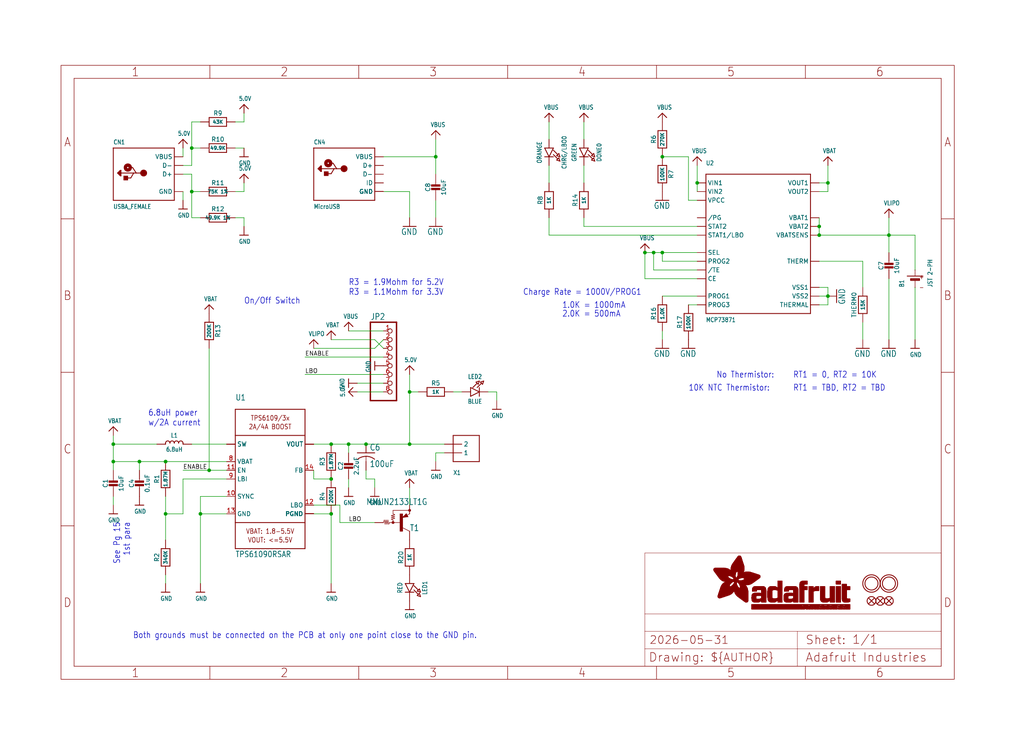
<source format=kicad_sch>
(kicad_sch (version 20230121) (generator eeschema)
  (paper "User" 298.45 217.322)
  (lib_symbols
    (symbol "working-eagle-import:-PNP_DRIVER-SC59-BEC"
      (property "Reference" "T" (at -10.16 7.62 0))
      (symbol "-PNP_DRIVER-SC59-BEC_1_0"
        (pin passive line (at -7.62 0 0) (length 2.54) (name "B") (number "B"))
        (pin passive line (at 2.54 -5.08 90) (length 2.54) (name "C") (number "C"))
        (pin passive line (at 2.54 5.08 270) (length 2.54) (name "E") (number "E"))
      )
    )
    (symbol "working-eagle-import:5.0V" (power)
      (property "Value" "5.0V" (at -1.524 1.016 0))
      (symbol "5.0V_1_0"
        (pin power_in line (at 0 -2.54 90) (length 2.54) (name "5.0V") (number "1"))
      )
    )
    (symbol "working-eagle-import:BATTERY"
      (property "Reference" "B" (at -2.54 3.175 0))
      (symbol "BATTERY_1_0"
        (text "+" (at 1.27 -1.143 900) (effects (font (size 1.27 1.0795)) (justify right top)))
        (text "-" (at -1.778 -1.143 900) (effects (font (size 1.27 1.0795)) (justify right top)))
        (pin passive line (at -2.54 0 0) (length 0) (name "-") (number "1"))
        (pin passive line (at 2.54 0 180) (length 0) (name "+") (number "2"))
      )
    )
    (symbol "working-eagle-import:C-USC1210"
      (property "Reference" "C" (at 1.016 0.635 0))
      (symbol "C-USC1210_1_0"
        (pin passive line (at 0 2.54 270) (length 2.54) (name "1") (number "1"))
        (pin passive line (at 0 -5.08 90) (length 2.54) (name "2") (number "2"))
      )
    )
    (symbol "working-eagle-import:CAP_CERAMIC0805-NOOUTLINE"
      (property "Reference" "C" (at -2.29 1.25 90))
      (symbol "CAP_CERAMIC0805-NOOUTLINE_1_0"
        (pin passive line (at 0 5.08 270) (length 2.54) (name "1") (number "1"))
        (pin passive line (at 0 -2.54 90) (length 2.54) (name "2") (number "2"))
      )
    )
    (symbol "working-eagle-import:CAP_CERAMIC0805_10MGAP"
      (property "Reference" "C" (at -2.29 1.25 90))
      (symbol "CAP_CERAMIC0805_10MGAP_1_0"
        (pin passive line (at 0 5.08 270) (length 2.54) (name "1") (number "1"))
        (pin passive line (at 0 -2.54 90) (length 2.54) (name "2") (number "2"))
      )
    )
    (symbol "working-eagle-import:FIDUCIAL{dblquote}{dblquote}")
    (symbol "working-eagle-import:FRAME_A4_ADAFRUIT"
      (symbol "FRAME_A4_ADAFRUIT_1_0"
        (text "${#}/${##}" (at 230.505 10.16 0) (effects (font (size 2.54 2.54)) (justify left bottom)))
        (text "${AUTHOR}" (at 189.23 5.08 0) (effects (font (size 2.286 2.286)) (justify left bottom)))
        (text "${CURRENT_DATE}" (at 171.45 10.16 0) (effects (font (size 2.286 2.286)) (justify left bottom)))
        (text "${PROJECTNAME}" (at 171.45 15.24 0) (effects (font (size 2.54 2.54)) (justify left bottom)))
        (text "1" (at 21.6958 1.905 0) (effects (font (size 2.54 2.286))))
        (text "1" (at 21.6958 177.165 0) (effects (font (size 2.54 2.286))))
        (text "2" (at 65.0875 1.905 0) (effects (font (size 2.54 2.286))))
        (text "2" (at 65.0875 177.165 0) (effects (font (size 2.54 2.286))))
        (text "3" (at 108.4792 1.905 0) (effects (font (size 2.54 2.286))))
        (text "3" (at 108.4792 177.165 0) (effects (font (size 2.54 2.286))))
        (text "4" (at 151.8708 1.905 0) (effects (font (size 2.54 2.286))))
        (text "4" (at 151.8708 177.165 0) (effects (font (size 2.54 2.286))))
        (text "5" (at 195.2625 1.905 0) (effects (font (size 2.54 2.286))))
        (text "5" (at 195.2625 177.165 0) (effects (font (size 2.54 2.286))))
        (text "6" (at 238.6542 1.905 0) (effects (font (size 2.54 2.286))))
        (text "6" (at 238.6542 177.165 0) (effects (font (size 2.54 2.286))))
        (text "A" (at 1.905 156.6863 0) (effects (font (size 2.54 2.286))))
        (text "A" (at 258.445 156.6863 0) (effects (font (size 2.54 2.286))))
        (text "Adafruit Industries" (at 216.916 4.953 0) (effects (font (size 2.54 2.54)) (justify left bottom)))
        (text "B" (at 1.905 111.9188 0) (effects (font (size 2.54 2.286))))
        (text "B" (at 258.445 111.9188 0) (effects (font (size 2.54 2.286))))
        (text "C" (at 1.905 67.1513 0) (effects (font (size 2.54 2.286))))
        (text "C" (at 258.445 67.1513 0) (effects (font (size 2.54 2.286))))
        (text "D" (at 1.905 22.3838 0) (effects (font (size 2.54 2.286))))
        (text "D" (at 258.445 22.3838 0) (effects (font (size 2.54 2.286))))
        (text "Drawing:" (at 171.196 4.953 0) (effects (font (size 2.54 2.54)) (justify left bottom)))
        (text "Sheet:" (at 216.916 10.033 0) (effects (font (size 2.54 2.54)) (justify left bottom)))
      )
    )
    (symbol "working-eagle-import:GND" (power)
      (property "Value" "GND" (at -1.524 -2.54 0))
      (symbol "GND_1_0"
        (pin power_in line (at 0 2.54 270) (length 2.54) (name "GND") (number "1"))
      )
    )
    (symbol "working-eagle-import:HEADER-1X8ROUND"
      (property "Reference" "JP" (at -6.35 13.335 0))
      (symbol "HEADER-1X8ROUND_1_0"
        (pin passive inverted (at -2.54 10.16 0) (length 2.54) (name "1") (number "1"))
        (pin passive inverted (at -2.54 7.62 0) (length 2.54) (name "2") (number "2"))
        (pin passive inverted (at -2.54 5.08 0) (length 2.54) (name "3") (number "3"))
        (pin passive inverted (at -2.54 2.54 0) (length 2.54) (name "4") (number "4"))
        (pin passive inverted (at -2.54 0 0) (length 2.54) (name "5") (number "5"))
        (pin passive inverted (at -2.54 -2.54 0) (length 2.54) (name "6") (number "6"))
        (pin passive inverted (at -2.54 -5.08 0) (length 2.54) (name "7") (number "7"))
        (pin passive inverted (at -2.54 -7.62 0) (length 2.54) (name "8") (number "8"))
      )
    )
    (symbol "working-eagle-import:INDUCTORTDK_VLC5045"
      (property "Reference" "L" (at 0 2.54 0))
      (symbol "INDUCTORTDK_VLC5045_1_0"
        (pin passive line (at -5.08 0 0) (length 2.54) (name "1") (number "P$1"))
        (pin passive line (at 5.08 0 180) (length 2.54) (name "2") (number "P$2"))
      )
    )
    (symbol "working-eagle-import:LED0805_NOOUTLINE"
      (property "Reference" "D" (at -1.27 4.445 0))
      (symbol "LED0805_NOOUTLINE_1_0"
        (pin passive line (at -5.08 0 0) (length 2.54) (name "A") (number "A"))
        (pin passive line (at 2.54 0 180) (length 2.54) (name "C") (number "C"))
      )
    )
    (symbol "working-eagle-import:MCP73871"
      (property "Reference" "U" (at -15.24 22.86 0))
      (symbol "MCP73871_1_0"
        (pin bidirectional line (at 17.78 17.78 180) (length 2.54) (name "VOUT1") (number "P$1"))
        (pin bidirectional line (at 17.78 -12.7 180) (length 2.54) (name "VSS1") (number "P$10"))
        (pin bidirectional line (at 17.78 -15.24 180) (length 2.54) (name "VSS2") (number "P$11"))
        (pin bidirectional line (at -17.78 -17.78 0) (length 2.54) (name "PROG3") (number "P$12"))
        (pin bidirectional line (at -17.78 -15.24 0) (length 2.54) (name "PROG1") (number "P$13"))
        (pin bidirectional line (at 17.78 7.62 180) (length 2.54) (name "VBAT1") (number "P$14"))
        (pin bidirectional line (at 17.78 5.08 180) (length 2.54) (name "VBAT2") (number "P$15"))
        (pin bidirectional line (at 17.78 2.54 180) (length 2.54) (name "VBATSENS") (number "P$16"))
        (pin bidirectional line (at -17.78 -10.16 0) (length 2.54) (name "CE") (number "P$17"))
        (pin bidirectional line (at -17.78 17.78 0) (length 2.54) (name "VIN1") (number "P$18"))
        (pin bidirectional line (at -17.78 15.24 0) (length 2.54) (name "VIN2") (number "P$19"))
        (pin bidirectional line (at -17.78 12.7 0) (length 2.54) (name "VPCC") (number "P$2"))
        (pin bidirectional line (at 17.78 15.24 180) (length 2.54) (name "VOUT2") (number "P$20"))
        (pin bidirectional line (at 17.78 -17.78 180) (length 2.54) (name "THERMAL") (number "P$21"))
        (pin bidirectional line (at -17.78 -2.54 0) (length 2.54) (name "SEL") (number "P$3"))
        (pin bidirectional line (at -17.78 -5.08 0) (length 2.54) (name "PROG2") (number "P$4"))
        (pin bidirectional line (at 17.78 -5.08 180) (length 2.54) (name "THERM") (number "P$5"))
        (pin bidirectional line (at -17.78 7.62 0) (length 2.54) (name "/PG") (number "P$6"))
        (pin bidirectional line (at -17.78 5.08 0) (length 2.54) (name "STAT2") (number "P$7"))
        (pin bidirectional line (at -17.78 2.54 0) (length 2.54) (name "STAT1/LBO") (number "P$8"))
        (pin bidirectional line (at -17.78 -7.62 0) (length 2.54) (name "/TE") (number "P$9"))
      )
    )
    (symbol "working-eagle-import:MOUNTINGHOLE2.5")
    (symbol "working-eagle-import:RESISTOR0805_NOOUTLINE"
      (property "Reference" "R" (at 0 2.54 0))
      (symbol "RESISTOR0805_NOOUTLINE_1_0"
        (pin passive line (at -5.08 0 0) (length 2.54) (name "1") (number "1"))
        (pin passive line (at 5.08 0 180) (length 2.54) (name "2") (number "2"))
      )
    )
    (symbol "working-eagle-import:RESISTOR_0805MP"
      (property "Reference" "R" (at 0 2.54 0))
      (symbol "RESISTOR_0805MP_1_0"
        (pin passive line (at -5.08 0 0) (length 2.54) (name "1") (number "1"))
        (pin passive line (at 5.08 0 180) (length 2.54) (name "2") (number "2"))
      )
    )
    (symbol "working-eagle-import:TERMBLOCK_1X2"
      (property "Reference" "X" (at -2.54 7.62 0))
      (symbol "TERMBLOCK_1X2_1_0"
        (pin passive line (at -5.08 2.54 0) (length 5.08) (name "1") (number "1"))
        (pin passive line (at -5.08 0 0) (length 5.08) (name "2") (number "2"))
      )
    )
    (symbol "working-eagle-import:USBMICRO_20329"
      (property "Reference" "X" (at -10.16 8.636 0))
      (symbol "USBMICRO_20329_1_0"
        (pin power_in line (at 10.16 -5.08 180) (length 2.54) (name "GND") (number "BASE@1"))
        (pin power_in line (at 10.16 -5.08 180) (length 2.54) (name "GND") (number "BASE@2"))
        (pin bidirectional line (at 10.16 2.54 180) (length 2.54) (name "D+") (number "D+"))
        (pin bidirectional line (at 10.16 0 180) (length 2.54) (name "D-") (number "D-"))
        (pin power_in line (at 10.16 -5.08 180) (length 2.54) (name "GND") (number "GND"))
        (pin bidirectional line (at 10.16 -2.54 180) (length 2.54) (name "ID") (number "ID"))
        (pin power_in line (at 10.16 -5.08 180) (length 2.54) (name "GND") (number "SPRT@1"))
        (pin power_in line (at 10.16 -5.08 180) (length 2.54) (name "GND") (number "SPRT@2"))
        (pin power_in line (at 10.16 -5.08 180) (length 2.54) (name "GND") (number "SPRT@3"))
        (pin power_in line (at 10.16 -5.08 180) (length 2.54) (name "GND") (number "SPRT@4"))
        (pin power_in line (at 10.16 5.08 180) (length 2.54) (name "VBUS") (number "VBUS"))
      )
    )
    (symbol "working-eagle-import:USB_TYPEAPTHFML"
      (property "Reference" "X" (at -10.16 8.636 0))
      (symbol "USB_TYPEAPTHFML_1_0"
        (pin bidirectional line (at 10.16 0 180) (length 2.54) (name "D+") (number "D+"))
        (pin bidirectional line (at 10.16 2.54 180) (length 2.54) (name "D-") (number "D-"))
        (pin power_in line (at 10.16 -5.08 180) (length 2.54) (name "GND") (number "GND"))
        (pin power_in line (at 10.16 5.08 180) (length 2.54) (name "VBUS") (number "VBUS"))
      )
    )
    (symbol "working-eagle-import:VBAT" (power)
      (property "Value" "VBAT" (at -1.524 1.016 0))
      (symbol "VBAT_1_0"
        (pin power_in line (at 0 -2.54 90) (length 2.54) (name "VBAT") (number "1"))
      )
    )
    (symbol "working-eagle-import:VBUS" (power)
      (property "Value" "VBUS" (at -1.524 1.016 0))
      (symbol "VBUS_1_0"
        (pin power_in line (at 0 -2.54 90) (length 2.54) (name "VBUS") (number "1"))
      )
    )
    (symbol "working-eagle-import:VLIPO" (power)
      (property "Value" "VLIPO" (at -1.524 1.016 0))
      (symbol "VLIPO_1_0"
        (pin power_in line (at 0 -2.54 90) (length 2.54) (name "VLIPO") (number "1"))
      )
    )
    (symbol "working-eagle-import:VREG_TPS6103X"
      (property "Reference" "U" (at -10.16 22.86 0))
      (symbol "VREG_TPS6103X_1_0"
        (text "2A/4A BOOST" (at 0 15.24 0) (effects (font (size 1.4224 1.209))))
        (text "TPS6109/3x" (at 0 17.78 0) (effects (font (size 1.4224 1.209))))
        (text "VBAT: 1.8-5.5V" (at 0 -15.24 0) (effects (font (size 1.4224 1.209))))
        (text "VOUT: <=5.5V" (at 0 -17.78 0) (effects (font (size 1.4224 1.209))))
        (pin power_in line (at 12.7 10.16 180) (length 2.54) (name "VOUT") (number "1"))
        (pin input line (at -12.7 -5.08 0) (length 2.54) (name "SYNC") (number "10"))
        (pin input line (at -12.7 2.54 0) (length 2.54) (name "EN") (number "11"))
        (pin output line (at 12.7 -7.62 180) (length 2.54) (name "LBO") (number "12"))
        (pin power_in line (at -12.7 -10.16 0) (length 2.54) (name "GND") (number "13"))
        (pin input line (at 12.7 2.54 180) (length 2.54) (name "FB") (number "14"))
        (pin power_in line (at 12.7 10.16 180) (length 2.54) (name "VOUT") (number "15"))
        (pin power_in line (at 12.7 10.16 180) (length 2.54) (name "VOUT") (number "16"))
        (pin input line (at -12.7 10.16 0) (length 2.54) (name "SW") (number "3"))
        (pin input line (at -12.7 10.16 0) (length 2.54) (name "SW") (number "4"))
        (pin power_in line (at 12.7 -10.16 180) (length 2.54) (name "PGND") (number "5"))
        (pin power_in line (at 12.7 -10.16 180) (length 2.54) (name "PGND") (number "6"))
        (pin power_in line (at 12.7 -10.16 180) (length 2.54) (name "PGND") (number "7"))
        (pin input line (at -12.7 5.08 0) (length 2.54) (name "VBAT") (number "8"))
        (pin input line (at -12.7 0 0) (length 2.54) (name "LBI") (number "9"))
        (pin power_in line (at 12.7 -10.16 180) (length 2.54) (name "PGND") (number "P$18"))
        (pin power_in line (at 12.7 -10.16 180) (length 2.54) (name "PGND") (number "P$19"))
        (pin power_in line (at 12.7 -10.16 180) (length 2.54) (name "PGND") (number "P$20"))
        (pin power_in line (at 12.7 -10.16 180) (length 2.54) (name "PGND") (number "P$21"))
        (pin power_in line (at 12.7 -10.16 180) (length 2.54) (name "PGND") (number "P$22"))
        (pin power_in line (at 12.7 -10.16 180) (length 2.54) (name "PGND") (number "THERMAL"))
      )
    )
    (symbol "working-eagle-import:supply1_GND" (power)
      (property "Value" "supply1_GND" (at -2.54 -2.54 0))
      (symbol "supply1_GND_1_0"
        (pin power_in line (at 0 2.54 270) (length 2.54) (name "GND") (number "1"))
      )
    )
  )
  (junction (at 193.04 73.66))
  (junction (at 96.52 139.7))
  (junction (at 40.64 134.62))
  (junction (at 203.2 53.34))
  (junction (at 48.26 134.62))
  (junction (at 58.42 149.86))
  (junction (at 96.52 149.86))
  (junction (at 193.04 45.72))
  (junction (at 238.76 68.58))
  (junction (at 119.38 114.3))
  (junction (at 190.5 73.66))
  (junction (at 106.68 129.54))
  (junction (at 119.38 129.54))
  (junction (at 187.96 73.66))
  (junction (at 96.52 129.54))
  (junction (at 60.96 137.16))
  (junction (at 127 45.72))
  (junction (at 241.3 86.36))
  (junction (at 33.02 129.54))
  (junction (at 55.88 55.88))
  (junction (at 238.76 66.04))
  (junction (at 101.6 129.54))
  (junction (at 55.88 43.18))
  (junction (at 259.08 68.58))
  (junction (at 48.26 149.86))
  (junction (at 33.02 134.62))
  (junction (at 241.3 53.34))
  (wire (pts (xy 48.26 149.86) (xy 48.26 157.48)) (stroke (width 0.1524)))
  (wire (pts (xy 241.3 48.26) (xy 241.3 53.34)) (stroke (width 0.1524)))
  (wire (pts (xy 127 45.72) (xy 127 40.64)) (stroke (width 0.1524)))
  (wire (pts (xy 251.46 93.98) (xy 251.46 99.06)) (stroke (width 0.1524)))
  (wire (pts (xy 109.22 99.06) (xy 111.76 101.6)) (stroke (width 0.1524)))
  (wire (pts (xy 203.2 68.58) (xy 160.02 68.58)) (stroke (width 0.1524)))
  (wire (pts (xy 190.5 73.66) (xy 193.04 73.66)) (stroke (width 0.1524)))
  (wire (pts (xy 251.46 76.2) (xy 251.46 83.82)) (stroke (width 0.1524)))
  (wire (pts (xy 241.3 88.9) (xy 241.3 86.36)) (stroke (width 0.1524)))
  (wire (pts (xy 40.64 134.62) (xy 33.02 134.62)) (stroke (width 0.1524)))
  (wire (pts (xy 203.2 53.34) (xy 203.2 55.88)) (stroke (width 0.1524)))
  (wire (pts (xy 66.04 137.16) (xy 60.96 137.16)) (stroke (width 0.1524)))
  (wire (pts (xy 91.44 149.86) (xy 96.52 149.86)) (stroke (width 0.1524)))
  (wire (pts (xy 238.76 88.9) (xy 241.3 88.9)) (stroke (width 0.1524)))
  (wire (pts (xy 55.88 55.88) (xy 55.88 63.5)) (stroke (width 0.1524)))
  (wire (pts (xy 91.44 129.54) (xy 96.52 129.54)) (stroke (width 0.1524)))
  (wire (pts (xy 40.64 137.16) (xy 40.64 134.62)) (stroke (width 0.1524)))
  (wire (pts (xy 99.06 152.4) (xy 109.22 152.4)) (stroke (width 0.1524)))
  (wire (pts (xy 45.72 129.54) (xy 33.02 129.54)) (stroke (width 0.1524)))
  (wire (pts (xy 53.34 149.86) (xy 53.34 139.7)) (stroke (width 0.1524)))
  (wire (pts (xy 71.12 63.5) (xy 71.12 66.04)) (stroke (width 0.1524)))
  (wire (pts (xy 96.52 129.54) (xy 101.6 129.54)) (stroke (width 0.1524)))
  (wire (pts (xy 203.2 58.42) (xy 200.66 58.42)) (stroke (width 0.1524)))
  (wire (pts (xy 60.96 137.16) (xy 53.34 137.16)) (stroke (width 0.1524)))
  (wire (pts (xy 132.08 114.3) (xy 134.62 114.3)) (stroke (width 0.1524)))
  (wire (pts (xy 119.38 114.3) (xy 121.92 114.3)) (stroke (width 0.1524)))
  (wire (pts (xy 55.88 50.8) (xy 55.88 55.88)) (stroke (width 0.1524)))
  (wire (pts (xy 101.6 139.7) (xy 101.6 142.24)) (stroke (width 0.1524)))
  (wire (pts (xy 241.3 53.34) (xy 241.3 55.88)) (stroke (width 0.1524)))
  (wire (pts (xy 259.08 99.06) (xy 259.08 81.28)) (stroke (width 0.1524)))
  (wire (pts (xy 68.58 43.18) (xy 71.12 43.18)) (stroke (width 0.1524)))
  (wire (pts (xy 266.7 68.58) (xy 266.7 78.74)) (stroke (width 0.1524)))
  (wire (pts (xy 200.66 45.72) (xy 200.66 58.42)) (stroke (width 0.1524)))
  (wire (pts (xy 127 132.08) (xy 127 134.62)) (stroke (width 0.1524)))
  (wire (pts (xy 127 58.42) (xy 127 63.5)) (stroke (width 0.1524)))
  (wire (pts (xy 68.58 63.5) (xy 71.12 63.5)) (stroke (width 0.1524)))
  (wire (pts (xy 111.76 111.76) (xy 104.14 111.76)) (stroke (width 0.1524)))
  (wire (pts (xy 96.52 149.86) (xy 96.52 170.18)) (stroke (width 0.1524)))
  (wire (pts (xy 238.76 83.82) (xy 241.3 83.82)) (stroke (width 0.1524)))
  (wire (pts (xy 101.6 129.54) (xy 106.68 129.54)) (stroke (width 0.1524)))
  (wire (pts (xy 66.04 139.7) (xy 53.34 139.7)) (stroke (width 0.1524)))
  (wire (pts (xy 66.04 144.78) (xy 58.42 144.78)) (stroke (width 0.1524)))
  (wire (pts (xy 58.42 144.78) (xy 58.42 149.86)) (stroke (width 0.1524)))
  (wire (pts (xy 129.54 129.54) (xy 119.38 129.54)) (stroke (width 0.1524)))
  (wire (pts (xy 109.22 101.6) (xy 111.76 99.06)) (stroke (width 0.1524)))
  (wire (pts (xy 127 45.72) (xy 127 50.8)) (stroke (width 0.1524)))
  (wire (pts (xy 101.6 132.08) (xy 101.6 129.54)) (stroke (width 0.1524)))
  (wire (pts (xy 203.2 66.04) (xy 170.18 66.04)) (stroke (width 0.1524)))
  (wire (pts (xy 111.76 55.88) (xy 119.38 55.88)) (stroke (width 0.1524)))
  (wire (pts (xy 71.12 35.56) (xy 71.12 33.02)) (stroke (width 0.1524)))
  (wire (pts (xy 109.22 139.7) (xy 109.22 142.24)) (stroke (width 0.1524)))
  (wire (pts (xy 238.76 68.58) (xy 259.08 68.58)) (stroke (width 0.1524)))
  (wire (pts (xy 144.78 114.3) (xy 144.78 116.84)) (stroke (width 0.1524)))
  (wire (pts (xy 241.3 53.34) (xy 238.76 53.34)) (stroke (width 0.1524)))
  (wire (pts (xy 66.04 134.62) (xy 48.26 134.62)) (stroke (width 0.1524)))
  (wire (pts (xy 48.26 170.18) (xy 48.26 167.64)) (stroke (width 0.1524)))
  (wire (pts (xy 241.3 83.82) (xy 241.3 86.36)) (stroke (width 0.1524)))
  (wire (pts (xy 203.2 88.9) (xy 200.66 88.9)) (stroke (width 0.1524)))
  (wire (pts (xy 266.7 83.82) (xy 266.7 99.06)) (stroke (width 0.1524)))
  (wire (pts (xy 187.96 73.66) (xy 187.96 81.28)) (stroke (width 0.1524)))
  (wire (pts (xy 53.34 50.8) (xy 55.88 50.8)) (stroke (width 0.1524)))
  (wire (pts (xy 119.38 55.88) (xy 119.38 63.5)) (stroke (width 0.1524)))
  (wire (pts (xy 193.04 76.2) (xy 193.04 73.66)) (stroke (width 0.1524)))
  (wire (pts (xy 193.04 76.2) (xy 203.2 76.2)) (stroke (width 0.1524)))
  (wire (pts (xy 33.02 134.62) (xy 33.02 137.16)) (stroke (width 0.1524)))
  (wire (pts (xy 119.38 114.3) (xy 119.38 109.22)) (stroke (width 0.1524)))
  (wire (pts (xy 238.76 55.88) (xy 241.3 55.88)) (stroke (width 0.1524)))
  (wire (pts (xy 142.24 114.3) (xy 144.78 114.3)) (stroke (width 0.1524)))
  (wire (pts (xy 187.96 81.28) (xy 203.2 81.28)) (stroke (width 0.1524)))
  (wire (pts (xy 55.88 48.26) (xy 55.88 43.18)) (stroke (width 0.1524)))
  (wire (pts (xy 190.5 78.74) (xy 190.5 73.66)) (stroke (width 0.1524)))
  (wire (pts (xy 68.58 55.88) (xy 71.12 55.88)) (stroke (width 0.1524)))
  (wire (pts (xy 66.04 129.54) (xy 55.88 129.54)) (stroke (width 0.1524)))
  (wire (pts (xy 238.76 76.2) (xy 251.46 76.2)) (stroke (width 0.1524)))
  (wire (pts (xy 55.88 35.56) (xy 58.42 35.56)) (stroke (width 0.1524)))
  (wire (pts (xy 101.6 96.52) (xy 111.76 96.52)) (stroke (width 0.1524)))
  (wire (pts (xy 53.34 149.86) (xy 48.26 149.86)) (stroke (width 0.1524)))
  (wire (pts (xy 160.02 63.5) (xy 160.02 68.58)) (stroke (width 0.1524)))
  (wire (pts (xy 170.18 63.5) (xy 170.18 66.04)) (stroke (width 0.1524)))
  (wire (pts (xy 203.2 86.36) (xy 193.04 86.36)) (stroke (width 0.1524)))
  (wire (pts (xy 99.06 147.32) (xy 99.06 152.4)) (stroke (width 0.1524)))
  (wire (pts (xy 55.88 43.18) (xy 55.88 35.56)) (stroke (width 0.1524)))
  (wire (pts (xy 119.38 147.32) (xy 119.38 142.24)) (stroke (width 0.1524)))
  (wire (pts (xy 259.08 73.66) (xy 259.08 68.58)) (stroke (width 0.1524)))
  (wire (pts (xy 53.34 55.88) (xy 53.34 58.42)) (stroke (width 0.1524)))
  (wire (pts (xy 66.04 149.86) (xy 58.42 149.86)) (stroke (width 0.1524)))
  (wire (pts (xy 88.9 109.22) (xy 111.76 109.22)) (stroke (width 0.1524)))
  (wire (pts (xy 203.2 73.66) (xy 193.04 73.66)) (stroke (width 0.1524)))
  (wire (pts (xy 187.96 73.66) (xy 190.5 73.66)) (stroke (width 0.1524)))
  (wire (pts (xy 106.68 129.54) (xy 119.38 129.54)) (stroke (width 0.1524)))
  (wire (pts (xy 48.26 144.78) (xy 48.26 149.86)) (stroke (width 0.1524)))
  (wire (pts (xy 68.58 35.56) (xy 71.12 35.56)) (stroke (width 0.1524)))
  (wire (pts (xy 91.44 147.32) (xy 99.06 147.32)) (stroke (width 0.1524)))
  (wire (pts (xy 55.88 63.5) (xy 58.42 63.5)) (stroke (width 0.1524)))
  (wire (pts (xy 238.76 66.04) (xy 238.76 68.58)) (stroke (width 0.1524)))
  (wire (pts (xy 160.02 35.56) (xy 160.02 40.64)) (stroke (width 0.1524)))
  (wire (pts (xy 91.44 101.6) (xy 109.22 101.6)) (stroke (width 0.1524)))
  (wire (pts (xy 33.02 129.54) (xy 33.02 134.62)) (stroke (width 0.1524)))
  (wire (pts (xy 160.02 48.26) (xy 160.02 53.34)) (stroke (width 0.1524)))
  (wire (pts (xy 193.04 45.72) (xy 200.66 45.72)) (stroke (width 0.1524)))
  (wire (pts (xy 96.52 99.06) (xy 109.22 99.06)) (stroke (width 0.1524)))
  (wire (pts (xy 91.44 137.16) (xy 91.44 139.7)) (stroke (width 0.1524)))
  (wire (pts (xy 259.08 63.5) (xy 259.08 68.58)) (stroke (width 0.1524)))
  (wire (pts (xy 170.18 40.64) (xy 170.18 35.56)) (stroke (width 0.1524)))
  (wire (pts (xy 190.5 78.74) (xy 203.2 78.74)) (stroke (width 0.1524)))
  (wire (pts (xy 106.68 137.16) (xy 106.68 139.7)) (stroke (width 0.1524)))
  (wire (pts (xy 48.26 134.62) (xy 40.64 134.62)) (stroke (width 0.1524)))
  (wire (pts (xy 55.88 43.18) (xy 58.42 43.18)) (stroke (width 0.1524)))
  (wire (pts (xy 106.68 139.7) (xy 109.22 139.7)) (stroke (width 0.1524)))
  (wire (pts (xy 33.02 129.54) (xy 33.02 127)) (stroke (width 0.1524)))
  (wire (pts (xy 259.08 68.58) (xy 266.7 68.58)) (stroke (width 0.1524)))
  (wire (pts (xy 238.76 63.5) (xy 238.76 66.04)) (stroke (width 0.1524)))
  (wire (pts (xy 111.76 104.14) (xy 88.9 104.14)) (stroke (width 0.1524)))
  (wire (pts (xy 60.96 137.16) (xy 60.96 101.6)) (stroke (width 0.1524)))
  (wire (pts (xy 53.34 45.72) (xy 53.34 43.18)) (stroke (width 0.1524)))
  (wire (pts (xy 119.38 129.54) (xy 119.38 114.3)) (stroke (width 0.1524)))
  (wire (pts (xy 91.44 139.7) (xy 96.52 139.7)) (stroke (width 0.1524)))
  (wire (pts (xy 170.18 48.26) (xy 170.18 53.34)) (stroke (width 0.1524)))
  (wire (pts (xy 53.34 48.26) (xy 55.88 48.26)) (stroke (width 0.1524)))
  (wire (pts (xy 203.2 48.26) (xy 203.2 53.34)) (stroke (width 0.1524)))
  (wire (pts (xy 111.76 45.72) (xy 127 45.72)) (stroke (width 0.1524)))
  (wire (pts (xy 111.76 114.3) (xy 104.14 114.3)) (stroke (width 0.1524)))
  (wire (pts (xy 55.88 55.88) (xy 58.42 55.88)) (stroke (width 0.1524)))
  (wire (pts (xy 127 132.08) (xy 129.54 132.08)) (stroke (width 0.1524)))
  (wire (pts (xy 33.02 144.78) (xy 33.02 147.32)) (stroke (width 0.1524)))
  (wire (pts (xy 71.12 55.88) (xy 71.12 53.34)) (stroke (width 0.1524)))
  (wire (pts (xy 238.76 86.36) (xy 241.3 86.36)) (stroke (width 0.1524)))
  (wire (pts (xy 193.04 96.52) (xy 193.04 99.06)) (stroke (width 0.1524)))
  (wire (pts (xy 58.42 149.86) (xy 58.42 170.18)) (stroke (width 0.1524)))
  (text "RT1 = TBD, RT2 = TBD" (at 231.14 114.3 0) (effects (font (size 1.778 1.5113)) (justify left bottom)))
  (text "Charge Rate = 1000V/PROG1" (at 152.4 86.36 0) (effects (font (size 1.778 1.5113)) (justify left bottom)))
  (text "10K NTC Thermistor:" (at 200.66 114.3 0) (effects (font (size 1.778 1.5113)) (justify left bottom)))
  (text "1.0K = 1000mA" (at 163.83 90.17 0) (effects (font (size 1.778 1.5113)) (justify left bottom)))
  (text "No Thermistor:" (at 208.788 110.49 0) (effects (font (size 1.778 1.5113)) (justify left bottom)))
  (text "2.0K = 500mA" (at 163.83 92.71 0) (effects (font (size 1.778 1.5113)) (justify left bottom)))
  (text "Both grounds must be connected on the PCB at only one point close to the GND pin." (at 88.9 185.42 0) (effects (font (size 1.778 1.5113))))
  (text "On/Off Switch" (at 71.12 88.9 0) (effects (font (size 1.778 1.5113)) (justify left bottom)))
  (text "6.8uH power\nw/2A current" (at 43.18 124.46 0) (effects (font (size 1.778 1.5113)) (justify left bottom)))
  (text "See Pg 15\n1st para" (at 33.02 152.4 90) (effects (font (size 1.778 1.5113)) (justify right top)))
  (text "RT1 = 0, RT2 = 10K" (at 231.14 110.49 0) (effects (font (size 1.778 1.5113)) (justify left bottom)))
  (text "R3 = 1.9Mohm for 5.2V\nR3 = 1.1Mohm for 3.3V" (at 101.6 86.36 0) (effects (font (size 1.778 1.5113)) (justify left bottom)))
  (label "ENABLE" (at 88.9 104.14 0) (effects (font (size 1.2446 1.2446))))
  (label "LBO" (at 101.6 152.4 0) (effects (font (size 1.2446 1.2446))))
  (label "ENABLE" (at 53.34 137.16 0) (effects (font (size 1.2446 1.2446))))
  (label "LBO" (at 88.9 109.22 0) (effects (font (size 1.2446 1.2446))))
  (symbol (lib_id "working-eagle-import:GND") (at 119.38 177.8 0) (unit 1)
    (property "Reference" "#U$20" (effects hide))
    (property "Value" "GND" (at 117.856 180.34 0) (effects (font (size 1.27 1.0795)) (justify left bottom)))
  )
  (symbol (lib_id "working-eagle-import:FIDUCIAL{dblquote}{dblquote}") (at 254 175.26 0) (unit 1)
    (property "Reference" "FID2" (effects hide))
    (property "Value" "FIDUCIAL{dblquote}{dblquote}" (effects hide))
    (property "Footprint" "working:FIDUCIAL_1MM" (effects hide))
  )
  (symbol (lib_id "working-eagle-import:RESISTOR0805_NOOUTLINE") (at 119.38 162.56 90) (unit 1)
    (property "Reference" "R20" (at 116.84 162.56 0))
    (property "Value" "1K" (at 119.38 162.56 0) (effects (font (size 1.016 1.016) bold)))
    (property "Footprint" "working:0805-NO" (effects hide))
  )
  (symbol (lib_id "working-eagle-import:CAP_CERAMIC0805-NOOUTLINE") (at 101.6 137.16 0) (unit 1)
    (property "Reference" "C2" (at 99.31 135.91 90))
    (property "Value" "2.2uF" (at 103.9 135.91 90))
    (property "Footprint" "working:0805-NO" (effects hide))
  )
  (symbol (lib_id "working-eagle-import:INDUCTORTDK_VLC5045") (at 50.8 129.54 0) (unit 1)
    (property "Reference" "L1" (at 50.8 127 0) (effects (font (size 1.27 1.0795))))
    (property "Value" "6.8uH" (at 50.8 131.08 0) (effects (font (size 1.27 1.0795))))
    (property "Footprint" "working:INDUCTOR_5X5MM_TDK_VLC5045" (effects hide))
  )
  (symbol (lib_id "working-eagle-import:MCP73871") (at 220.98 71.12 0) (unit 1)
    (property "Reference" "U2" (at 205.74 48.26 0) (effects (font (size 1.27 1.0795)) (justify left bottom)))
    (property "Value" "MCP73871" (at 205.74 93.98 0) (effects (font (size 1.27 1.0795)) (justify left bottom)))
    (property "Footprint" "working:QFN20_4MM" (effects hide))
  )
  (symbol (lib_id "working-eagle-import:GND") (at 33.02 149.86 0) (unit 1)
    (property "Reference" "#U$4" (effects hide))
    (property "Value" "GND" (at 31.496 152.4 0) (effects (font (size 1.27 1.0795)) (justify left bottom)))
  )
  (symbol (lib_id "working-eagle-import:RESISTOR0805_NOOUTLINE") (at 160.02 58.42 90) (unit 1)
    (property "Reference" "R8" (at 157.48 58.42 0))
    (property "Value" "1K" (at 160.02 58.42 0) (effects (font (size 1.016 1.016) bold)))
    (property "Footprint" "working:0805-NO" (effects hide))
  )
  (symbol (lib_id "working-eagle-import:VBAT") (at 241.3 45.72 0) (unit 1)
    (property "Reference" "#U$34" (effects hide))
    (property "Value" "VBAT" (at 239.776 44.704 0) (effects (font (size 1.27 1.0795)) (justify left bottom)))
  )
  (symbol (lib_id "working-eagle-import:MOUNTINGHOLE2.5") (at 254 170.18 0) (unit 1)
    (property "Reference" "U$11" (effects hide))
    (property "Value" "MOUNTINGHOLE2.5" (effects hide))
    (property "Footprint" "working:MOUNTINGHOLE_2.5_PLATED" (effects hide))
  )
  (symbol (lib_id "working-eagle-import:GND") (at 53.34 60.96 0) (unit 1)
    (property "Reference" "#U$22" (effects hide))
    (property "Value" "GND" (at 51.816 63.5 0) (effects (font (size 1.27 1.0795)) (justify left bottom)))
  )
  (symbol (lib_id "working-eagle-import:VBAT") (at 60.96 88.9 0) (unit 1)
    (property "Reference" "#U$27" (effects hide))
    (property "Value" "VBAT" (at 59.436 87.884 0) (effects (font (size 1.27 1.0795)) (justify left bottom)))
  )
  (symbol (lib_id "working-eagle-import:USB_TYPEAPTHFML") (at 43.18 50.8 0) (unit 1)
    (property "Reference" "CN1" (at 33.02 42.164 0) (effects (font (size 1.27 1.0795)) (justify left bottom)))
    (property "Value" "USBA_FEMALE" (at 33.02 60.96 0) (effects (font (size 1.27 1.0795)) (justify left bottom)))
    (property "Footprint" "working:USB_HOST-PTH" (effects hide))
  )
  (symbol (lib_id "working-eagle-import:CAP_CERAMIC0805-NOOUTLINE") (at 127 55.88 0) (unit 1)
    (property "Reference" "C8" (at 124.71 54.63 90))
    (property "Value" "10uF" (at 129.3 54.63 90))
    (property "Footprint" "working:0805-NO" (effects hide))
  )
  (symbol (lib_id "working-eagle-import:supply1_GND") (at 193.04 58.42 0) (unit 1)
    (property "Reference" "#GND2" (effects hide))
    (property "Value" "GND" (at 190.5 60.96 0) (effects (font (size 1.778 1.5113)) (justify left bottom)))
  )
  (symbol (lib_id "working-eagle-import:5.0V") (at 71.12 50.8 0) (unit 1)
    (property "Reference" "#U$16" (effects hide))
    (property "Value" "5.0V" (at 69.596 49.784 0) (effects (font (size 1.27 1.0795)) (justify left bottom)))
  )
  (symbol (lib_id "working-eagle-import:RESISTOR0805_NOOUTLINE") (at 127 114.3 0) (unit 1)
    (property "Reference" "R5" (at 127 111.76 0))
    (property "Value" "1K" (at 127 114.3 0) (effects (font (size 1.016 1.016) bold)))
    (property "Footprint" "working:0805-NO" (effects hide))
  )
  (symbol (lib_id "working-eagle-import:BATTERY") (at 266.7 81.28 90) (unit 1)
    (property "Reference" "B1" (at 263.525 83.82 0) (effects (font (size 1.27 1.0795)) (justify left bottom)))
    (property "Value" "JST 2-PH" (at 271.78 83.82 0) (effects (font (size 1.27 1.0795)) (justify left bottom)))
    (property "Footprint" "working:JSTPH2" (effects hide))
  )
  (symbol (lib_id "working-eagle-import:HEADER-1X8ROUND") (at 114.3 106.68 0) (unit 1)
    (property "Reference" "JP2" (at 107.95 93.345 0) (effects (font (size 1.778 1.5113)) (justify left bottom)))
    (property "Value" "HEADER-1X8ROUND" (effects hide))
    (property "Footprint" "working:1X08_ROUND" (effects hide))
  )
  (symbol (lib_id "working-eagle-import:RESISTOR0805_NOOUTLINE") (at 200.66 93.98 90) (unit 1)
    (property "Reference" "R17" (at 198.12 93.98 0))
    (property "Value" "100K" (at 200.66 93.98 0) (effects (font (size 1.016 1.016) bold)))
    (property "Footprint" "working:0805-NO" (effects hide))
  )
  (symbol (lib_id "working-eagle-import:supply1_GND") (at 193.04 101.6 0) (unit 1)
    (property "Reference" "#GND11" (effects hide))
    (property "Value" "GND" (at 190.5 104.14 0) (effects (font (size 1.778 1.5113)) (justify left bottom)))
  )
  (symbol (lib_id "working-eagle-import:VBAT") (at 119.38 139.7 0) (unit 1)
    (property "Reference" "#U$23" (effects hide))
    (property "Value" "VBAT" (at 117.856 138.684 0) (effects (font (size 1.27 1.0795)) (justify left bottom)))
  )
  (symbol (lib_id "working-eagle-import:GND") (at 144.78 119.38 0) (unit 1)
    (property "Reference" "#U$14" (effects hide))
    (property "Value" "GND" (at 143.256 121.92 0) (effects (font (size 1.27 1.0795)) (justify left bottom)))
  )
  (symbol (lib_id "working-eagle-import:FIDUCIAL{dblquote}{dblquote}") (at 256.54 175.26 0) (unit 1)
    (property "Reference" "FID3" (effects hide))
    (property "Value" "FIDUCIAL{dblquote}{dblquote}" (effects hide))
    (property "Footprint" "working:FIDUCIAL_1MM" (effects hide))
    (property "BOM" "EXCLUDE" (effects hide))
  )
  (symbol (lib_id "working-eagle-import:RESISTOR0805_NOOUTLINE") (at 251.46 88.9 90) (unit 1)
    (property "Reference" "THERM0" (at 248.92 88.9 0))
    (property "Value" "15K" (at 251.46 88.9 0) (effects (font (size 1.016 1.016) bold)))
    (property "Footprint" "working:0805-NO" (effects hide))
  )
  (symbol (lib_id "working-eagle-import:GND") (at 71.12 45.72 0) (unit 1)
    (property "Reference" "#U$18" (effects hide))
    (property "Value" "GND" (at 69.596 48.26 0) (effects (font (size 1.27 1.0795)) (justify left bottom)))
  )
  (symbol (lib_id "working-eagle-import:supply1_GND") (at 200.66 101.6 0) (unit 1)
    (property "Reference" "#GND10" (effects hide))
    (property "Value" "GND" (at 198.12 104.14 0) (effects (font (size 1.778 1.5113)) (justify left bottom)))
  )
  (symbol (lib_id "working-eagle-import:5.0V") (at 71.12 30.48 0) (unit 1)
    (property "Reference" "#U$15" (effects hide))
    (property "Value" "5.0V" (at 69.596 29.464 0) (effects (font (size 1.27 1.0795)) (justify left bottom)))
  )
  (symbol (lib_id "working-eagle-import:CAP_CERAMIC0805-NOOUTLINE") (at 33.02 142.24 0) (unit 1)
    (property "Reference" "C1" (at 30.73 140.99 90))
    (property "Value" "10uF" (at 35.32 140.99 90))
    (property "Footprint" "working:0805-NO" (effects hide))
  )
  (symbol (lib_id "working-eagle-import:GND") (at 266.7 101.6 0) (unit 1)
    (property "Reference" "#U$5" (effects hide))
    (property "Value" "GND" (at 265.176 104.14 0) (effects (font (size 1.27 1.0795)) (justify left bottom)))
  )
  (symbol (lib_id "working-eagle-import:-PNP_DRIVER-SC59-BEC") (at 116.84 152.4 0) (unit 1)
    (property "Reference" "T1" (at 119.38 154.94 0) (effects (font (size 1.778 1.5113)) (justify left bottom)))
    (property "Value" "MMUN2133LT1G" (at 106.68 147.32 0) (effects (font (size 1.778 1.5113)) (justify left bottom)))
    (property "Footprint" "working:SC59-BEC" (effects hide))
  )
  (symbol (lib_id "working-eagle-import:USBMICRO_20329") (at 101.6 50.8 0) (unit 1)
    (property "Reference" "CN4" (at 91.44 42.164 0) (effects (font (size 1.27 1.0795)) (justify left bottom)))
    (property "Value" "MicroUSB" (at 91.44 60.96 0) (effects (font (size 1.27 1.0795)) (justify left bottom)))
    (property "Footprint" "working:4UCONN_20329" (effects hide))
  )
  (symbol (lib_id "working-eagle-import:VBUS") (at 193.04 33.02 0) (unit 1)
    (property "Reference" "#U$37" (effects hide))
    (property "Value" "VBUS" (at 191.516 32.004 0) (effects (font (size 1.27 1.0795)) (justify left bottom)))
  )
  (symbol (lib_id "working-eagle-import:supply1_GND") (at 251.46 101.6 0) (unit 1)
    (property "Reference" "#GND15" (effects hide))
    (property "Value" "GND" (at 248.92 104.14 0) (effects (font (size 1.778 1.5113)) (justify left bottom)))
  )
  (symbol (lib_id "working-eagle-import:CAP_CERAMIC0805-NOOUTLINE") (at 259.08 78.74 0) (unit 1)
    (property "Reference" "C7" (at 256.79 77.49 90))
    (property "Value" "10uF" (at 261.38 77.49 90))
    (property "Footprint" "working:0805-NO" (effects hide))
  )
  (symbol (lib_id "working-eagle-import:supply1_GND") (at 127 66.04 0) (unit 1)
    (property "Reference" "#GND14" (effects hide))
    (property "Value" "GND" (at 124.46 68.58 0) (effects (font (size 1.778 1.5113)) (justify left bottom)))
  )
  (symbol (lib_id "working-eagle-import:RESISTOR0805_NOOUTLINE") (at 63.5 55.88 0) (unit 1)
    (property "Reference" "R11" (at 63.5 53.34 0))
    (property "Value" "75K 1%" (at 63.5 55.88 0) (effects (font (size 1.016 1.016) bold)))
    (property "Footprint" "working:0805-NO" (effects hide))
  )
  (symbol (lib_id "working-eagle-import:RESISTOR_0805MP") (at 48.26 139.7 90) (unit 1)
    (property "Reference" "R1" (at 45.72 139.7 0))
    (property "Value" "1.87M" (at 48.26 139.7 0) (effects (font (size 1.016 1.016) bold)))
    (property "Footprint" "working:_0805MP" (effects hide))
  )
  (symbol (lib_id "working-eagle-import:GND") (at 109.22 106.68 270) (unit 1)
    (property "Reference" "#U$30" (effects hide))
    (property "Value" "GND" (at 106.68 105.156 0) (effects (font (size 1.27 1.0795)) (justify left bottom)))
  )
  (symbol (lib_id "working-eagle-import:VBUS") (at 127 38.1 0) (unit 1)
    (property "Reference" "#U$35" (effects hide))
    (property "Value" "VBUS" (at 125.476 37.084 0) (effects (font (size 1.27 1.0795)) (justify left bottom)))
  )
  (symbol (lib_id "working-eagle-import:GND") (at 109.22 144.78 0) (unit 1)
    (property "Reference" "#U$8" (effects hide))
    (property "Value" "GND" (at 107.696 147.32 0) (effects (font (size 1.27 1.0795)) (justify left bottom)))
  )
  (symbol (lib_id "working-eagle-import:FIDUCIAL{dblquote}{dblquote}") (at 259.08 175.26 0) (unit 1)
    (property "Reference" "FID1" (effects hide))
    (property "Value" "FIDUCIAL{dblquote}{dblquote}" (effects hide))
    (property "Footprint" "working:FIDUCIAL_1MM" (effects hide))
    (property "BOM" "EXCLUDE" (effects hide))
  )
  (symbol (lib_id "working-eagle-import:GND") (at 40.64 147.32 0) (unit 1)
    (property "Reference" "#U$24" (effects hide))
    (property "Value" "GND" (at 39.116 149.86 0) (effects (font (size 1.27 1.0795)) (justify left bottom)))
  )
  (symbol (lib_id "working-eagle-import:VLIPO") (at 259.08 60.96 0) (unit 1)
    (property "Reference" "#U$41" (effects hide))
    (property "Value" "VLIPO" (at 257.556 59.944 0) (effects (font (size 1.27 1.0795)) (justify left bottom)))
  )
  (symbol (lib_id "working-eagle-import:5.0V") (at 53.34 40.64 0) (unit 1)
    (property "Reference" "#U$17" (effects hide))
    (property "Value" "5.0V" (at 51.816 39.624 0) (effects (font (size 1.27 1.0795)) (justify left bottom)))
  )
  (symbol (lib_id "working-eagle-import:VBAT") (at 96.52 96.52 0) (unit 1)
    (property "Reference" "#U$29" (effects hide))
    (property "Value" "VBAT" (at 94.996 95.504 0) (effects (font (size 1.27 1.0795)) (justify left bottom)))
  )
  (symbol (lib_id "working-eagle-import:supply1_GND") (at 119.38 66.04 0) (unit 1)
    (property "Reference" "#GND9" (effects hide))
    (property "Value" "GND" (at 116.84 68.58 0) (effects (font (size 1.778 1.5113)) (justify left bottom)))
  )
  (symbol (lib_id "working-eagle-import:VBUS") (at 203.2 45.72 0) (unit 1)
    (property "Reference" "#U$38" (effects hide))
    (property "Value" "VBUS" (at 201.676 44.704 0) (effects (font (size 1.27 1.0795)) (justify left bottom)))
  )
  (symbol (lib_id "working-eagle-import:LED0805_NOOUTLINE") (at 160.02 45.72 270) (unit 1)
    (property "Reference" "CHRG/LBO0" (at 164.465 44.45 0) (effects (font (size 1.27 1.0795))))
    (property "Value" "ORANGE" (at 157.226 44.45 0) (effects (font (size 1.27 1.0795))))
    (property "Footprint" "working:CHIPLED_0805_NOOUTLINE" (effects hide))
  )
  (symbol (lib_id "working-eagle-import:VBAT") (at 33.02 124.46 0) (unit 1)
    (property "Reference" "#U$19" (effects hide))
    (property "Value" "VBAT" (at 31.496 123.444 0) (effects (font (size 1.27 1.0795)) (justify left bottom)))
  )
  (symbol (lib_id "working-eagle-import:VBUS") (at 187.96 71.12 0) (unit 1)
    (property "Reference" "#U$39" (effects hide))
    (property "Value" "VBUS" (at 186.436 70.104 0) (effects (font (size 1.27 1.0795)) (justify left bottom)))
  )
  (symbol (lib_id "working-eagle-import:FRAME_A4_ADAFRUIT") (at 17.78 198.12 0) (unit 1)
    (property "Reference" "#U$13" (effects hide))
    (property "Value" "FRAME_A4_ADAFRUIT" (effects hide))
  )
  (symbol (lib_id "working-eagle-import:RESISTOR0805_NOOUTLINE") (at 193.04 50.8 270) (unit 1)
    (property "Reference" "R7" (at 195.58 50.8 0))
    (property "Value" "100K" (at 193.04 50.8 0) (effects (font (size 1.016 1.016) bold)))
    (property "Footprint" "working:0805-NO" (effects hide))
  )
  (symbol (lib_id "working-eagle-import:VBUS") (at 101.6 93.98 0) (unit 1)
    (property "Reference" "#U$40" (effects hide))
    (property "Value" "VBUS" (at 100.076 92.964 0) (effects (font (size 1.27 1.0795)) (justify left bottom)))
  )
  (symbol (lib_id "working-eagle-import:GND") (at 71.12 68.58 0) (unit 1)
    (property "Reference" "#U$21" (effects hide))
    (property "Value" "GND" (at 69.596 71.12 0) (effects (font (size 1.27 1.0795)) (justify left bottom)))
  )
  (symbol (lib_id "working-eagle-import:supply1_GND") (at 259.08 101.6 0) (unit 1)
    (property "Reference" "#GND4" (effects hide))
    (property "Value" "GND" (at 256.54 104.14 0) (effects (font (size 1.778 1.5113)) (justify left bottom)))
  )
  (symbol (lib_id "working-eagle-import:5.0V") (at 119.38 106.68 0) (unit 1)
    (property "Reference" "#U$7" (effects hide))
    (property "Value" "5.0V" (at 117.856 105.664 0) (effects (font (size 1.27 1.0795)) (justify left bottom)))
  )
  (symbol (lib_id "working-eagle-import:VBUS") (at 170.18 33.02 0) (unit 1)
    (property "Reference" "#U$42" (effects hide))
    (property "Value" "VBUS" (at 168.656 32.004 0) (effects (font (size 1.27 1.0795)) (justify left bottom)))
  )
  (symbol (lib_id "working-eagle-import:GND") (at 48.26 172.72 0) (unit 1)
    (property "Reference" "#U$1" (effects hide))
    (property "Value" "GND" (at 46.736 175.26 0) (effects (font (size 1.27 1.0795)) (justify left bottom)))
  )
  (symbol (lib_id "working-eagle-import:RESISTOR0805_NOOUTLINE") (at 63.5 63.5 0) (unit 1)
    (property "Reference" "R12" (at 63.5 60.96 0))
    (property "Value" "49.9K 1%" (at 63.5 63.5 0) (effects (font (size 1.016 1.016) bold)))
    (property "Footprint" "working:0805-NO" (effects hide))
  )
  (symbol (lib_id "working-eagle-import:LED0805_NOOUTLINE") (at 170.18 45.72 270) (unit 1)
    (property "Reference" "DONE0" (at 174.625 44.45 0) (effects (font (size 1.27 1.0795))))
    (property "Value" "GREEN" (at 167.386 44.45 0) (effects (font (size 1.27 1.0795))))
    (property "Footprint" "working:CHIPLED_0805_NOOUTLINE" (effects hide))
  )
  (symbol (lib_id "working-eagle-import:RESISTOR0805_NOOUTLINE") (at 60.96 96.52 270) (unit 1)
    (property "Reference" "R13" (at 63.5 96.52 0))
    (property "Value" "200K" (at 60.96 96.52 0) (effects (font (size 1.016 1.016) bold)))
    (property "Footprint" "working:0805-NO" (effects hide))
  )
  (symbol (lib_id "working-eagle-import:RESISTOR0805_NOOUTLINE") (at 170.18 58.42 90) (unit 1)
    (property "Reference" "R14" (at 167.64 58.42 0))
    (property "Value" "1K" (at 170.18 58.42 0) (effects (font (size 1.016 1.016) bold)))
    (property "Footprint" "working:0805-NO" (effects hide))
  )
  (symbol (lib_id "working-eagle-import:RESISTOR0805_NOOUTLINE") (at 63.5 35.56 0) (unit 1)
    (property "Reference" "R9" (at 63.5 33.02 0))
    (property "Value" "43K" (at 63.5 35.56 0) (effects (font (size 1.016 1.016) bold)))
    (property "Footprint" "working:0805-NO" (effects hide))
  )
  (symbol (lib_id "working-eagle-import:RESISTOR0805_NOOUTLINE") (at 193.04 91.44 90) (unit 1)
    (property "Reference" "R16" (at 190.5 91.44 0))
    (property "Value" "1.0K" (at 193.04 91.44 0) (effects (font (size 1.016 1.016) bold)))
    (property "Footprint" "working:0805-NO" (effects hide))
  )
  (symbol (lib_id "working-eagle-import:VBUS") (at 160.02 33.02 0) (unit 1)
    (property "Reference" "#U$36" (effects hide))
    (property "Value" "VBUS" (at 158.496 32.004 0) (effects (font (size 1.27 1.0795)) (justify left bottom)))
  )
  (symbol (lib_id "working-eagle-import:VREG_TPS6103X") (at 78.74 139.7 0) (unit 1)
    (property "Reference" "U1" (at 68.58 116.84 0) (effects (font (size 1.6764 1.4249)) (justify left bottom)))
    (property "Value" "TPS61090RSAR" (at 68.58 162.56 0) (effects (font (size 1.6764 1.4249)) (justify left bottom)))
    (property "Footprint" "working:PVQFN-16" (effects hide))
  )
  (symbol (lib_id "working-eagle-import:GND") (at 101.6 111.76 270) (unit 1)
    (property "Reference" "#U$31" (effects hide))
    (property "Value" "GND" (at 99.06 110.236 0) (effects (font (size 1.27 1.0795)) (justify left bottom)))
  )
  (symbol (lib_id "working-eagle-import:RESISTOR0805_NOOUTLINE") (at 96.52 144.78 90) (unit 1)
    (property "Reference" "R4" (at 93.98 144.78 0))
    (property "Value" "200K" (at 96.52 144.78 0) (effects (font (size 1.016 1.016) bold)))
    (property "Footprint" "working:0805-NO" (effects hide))
  )
  (symbol (lib_id "working-eagle-import:RESISTOR0805_NOOUTLINE") (at 193.04 40.64 90) (unit 1)
    (property "Reference" "R6" (at 190.5 40.64 0))
    (property "Value" "270K" (at 193.04 40.64 0) (effects (font (size 1.016 1.016) bold)))
    (property "Footprint" "working:0805-NO" (effects hide))
  )
  (symbol (lib_id "working-eagle-import:GND") (at 101.6 144.78 0) (unit 1)
    (property "Reference" "#U$6" (effects hide))
    (property "Value" "GND" (at 100.076 147.32 0) (effects (font (size 1.27 1.0795)) (justify left bottom)))
  )
  (symbol (lib_id "working-eagle-import:RESISTOR0805_NOOUTLINE") (at 63.5 43.18 0) (unit 1)
    (property "Reference" "R10" (at 63.5 40.64 0))
    (property "Value" "49.9K" (at 63.5 43.18 0) (effects (font (size 1.016 1.016) bold)))
    (property "Footprint" "working:0805-NO" (effects hide))
  )
  (symbol (lib_id "working-eagle-import:C-USC1210") (at 106.68 132.08 0) (unit 1)
    (property "Reference" "C6" (at 107.696 131.445 0) (effects (font (size 1.778 1.5113)) (justify left bottom)))
    (property "Value" "100uF" (at 107.696 136.271 0) (effects (font (size 1.778 1.5113)) (justify left bottom)))
    (property "Footprint" "working:C1210" (effects hide))
  )
  (symbol (lib_id "working-eagle-import:LED0805_NOOUTLINE") (at 119.38 172.72 270) (unit 1)
    (property "Reference" "LED1" (at 123.825 171.45 0) (effects (font (size 1.27 1.0795))))
    (property "Value" "RED" (at 116.586 171.45 0) (effects (font (size 1.27 1.0795))))
    (property "Footprint" "working:CHIPLED_0805_NOOUTLINE" (effects hide))
  )
  (symbol (lib_id "working-eagle-import:5.0V") (at 101.6 114.3 90) (unit 1)
    (property "Reference" "#U$32" (effects hide))
    (property "Value" "5.0V" (at 100.584 115.824 0) (effects (font (size 1.27 1.0795)) (justify left bottom)))
  )
  (symbol (lib_id "working-eagle-import:LED0805_NOOUTLINE") (at 139.7 114.3 0) (unit 1)
    (property "Reference" "LED2" (at 138.43 109.855 0) (effects (font (size 1.27 1.0795))))
    (property "Value" "BLUE" (at 138.43 117.094 0) (effects (font (size 1.27 1.0795))))
    (property "Footprint" "working:CHIPLED_0805_NOOUTLINE" (effects hide))
  )
  (symbol (lib_id "working-eagle-import:RESISTOR_0805MP") (at 48.26 162.56 90) (unit 1)
    (property "Reference" "R2" (at 45.72 162.56 0))
    (property "Value" "340K" (at 48.26 162.56 0) (effects (font (size 1.016 1.016) bold)))
    (property "Footprint" "working:_0805MP" (effects hide))
  )
  (symbol (lib_id "working-eagle-import:RESISTOR0805_NOOUTLINE") (at 96.52 134.62 90) (unit 1)
    (property "Reference" "R3" (at 93.98 134.62 0))
    (property "Value" "1.87M" (at 96.52 134.62 0) (effects (font (size 1.016 1.016) bold)))
    (property "Footprint" "working:0805-NO" (effects hide))
  )
  (symbol (lib_id "working-eagle-import:GND") (at 96.52 172.72 0) (unit 1)
    (property "Reference" "#U$3" (effects hide))
    (property "Value" "GND" (at 94.996 175.26 0) (effects (font (size 1.27 1.0795)) (justify left bottom)))
  )
  (symbol (lib_id "working-eagle-import:VLIPO") (at 91.44 99.06 0) (unit 1)
    (property "Reference" "#U$43" (effects hide))
    (property "Value" "VLIPO" (at 89.916 98.044 0) (effects (font (size 1.27 1.0795)) (justify left bottom)))
  )
  (symbol (lib_id "working-eagle-import:GND") (at 127 137.16 0) (unit 1)
    (property "Reference" "#U$9" (effects hide))
    (property "Value" "GND" (at 125.476 139.7 0) (effects (font (size 1.27 1.0795)) (justify left bottom)))
  )
  (symbol (lib_id "working-eagle-import:CAP_CERAMIC0805_10MGAP") (at 40.64 142.24 0) (unit 1)
    (property "Reference" "C4" (at 38.35 140.99 90))
    (property "Value" "0.1uF" (at 42.94 140.99 90))
    (property "Footprint" "working:0805_10MGAP" (effects hide))
  )
  (symbol (lib_id "working-eagle-import:TERMBLOCK_1X2") (at 134.62 129.54 0) (mirror x) (unit 1)
    (property "Reference" "X1" (at 132.08 137.16 0) (effects (font (size 1.27 1.0795)) (justify left bottom)))
    (property "Value" "TERMBLOCK_1X2" (effects hide))
    (property "Footprint" "working:TERMBLOCK_1X2-3.5MM" (effects hide))
  )
  (symbol (lib_id "working-eagle-import:supply1_GND") (at 243.84 86.36 90) (unit 1)
    (property "Reference" "#GND1" (effects hide))
    (property "Value" "GND" (at 246.38 88.9 0) (effects (font (size 1.778 1.5113)) (justify left bottom)))
  )
  (symbol (lib_id "working-eagle-import:MOUNTINGHOLE2.5") (at 259.08 170.18 0) (unit 1)
    (property "Reference" "U$10" (effects hide))
    (property "Value" "MOUNTINGHOLE2.5" (effects hide))
    (property "Footprint" "working:MOUNTINGHOLE_2.5_PLATED" (effects hide))
  )
  (symbol (lib_id "working-eagle-import:GND") (at 58.42 172.72 0) (unit 1)
    (property "Reference" "#U$2" (effects hide))
    (property "Value" "GND" (at 56.896 175.26 0) (effects (font (size 1.27 1.0795)) (justify left bottom)))
  )
)
</source>
